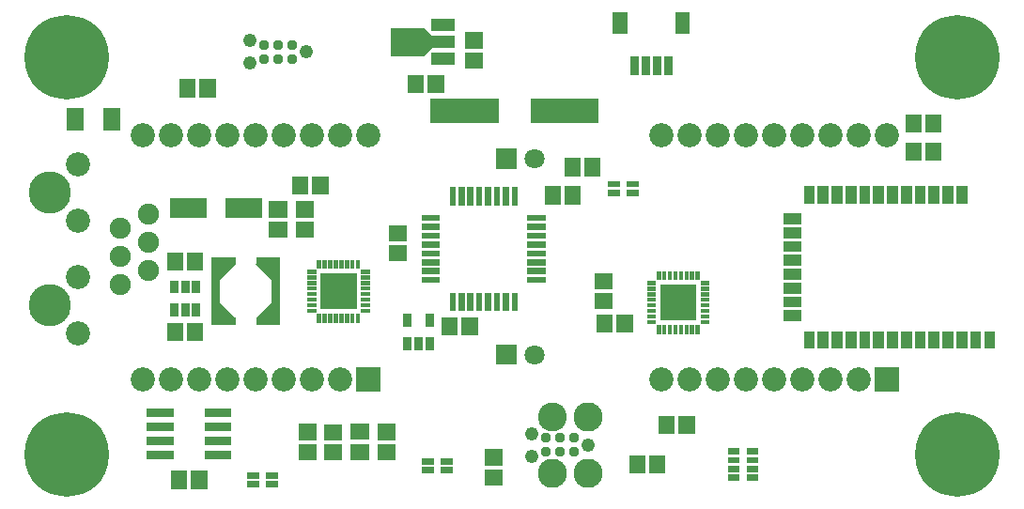
<source format=gbr>
G04 start of page 7 for group -4063 idx -4063 *
G04 Title: (unknown), componentmask *
G04 Creator: pcb 20140316 *
G04 CreationDate: Thu 02 Jul 2020 08:21:27 PM GMT UTC *
G04 For: railfan *
G04 Format: Gerber/RS-274X *
G04 PCB-Dimensions (mil): 3500.00 1750.00 *
G04 PCB-Coordinate-Origin: lower left *
%MOIN*%
%FSLAX25Y25*%
%LNTOPMASK*%
%ADD101R,0.0532X0.0532*%
%ADD100R,0.0296X0.0296*%
%ADD99R,0.0390X0.0390*%
%ADD98C,0.0370*%
%ADD97R,0.0690X0.0690*%
%ADD96R,0.0610X0.0610*%
%ADD95R,0.0217X0.0217*%
%ADD94R,0.0847X0.0847*%
%ADD93R,0.1005X0.1005*%
%ADD92R,0.0438X0.0438*%
%ADD91R,0.0290X0.0290*%
%ADD90R,0.0151X0.0151*%
%ADD89R,0.0227X0.0227*%
%ADD88R,0.0300X0.0300*%
%ADD87R,0.0572X0.0572*%
%ADD86C,0.1500*%
%ADD85C,0.0750*%
%ADD84C,0.0490*%
%ADD83C,0.1025*%
%ADD82C,0.1035*%
%ADD81C,0.0710*%
%ADD80C,0.0001*%
%ADD79C,0.0860*%
%ADD78C,0.2997*%
G54D78*X17000Y17000D03*
G54D79*X21000Y60000D03*
G54D80*G36*
X119700Y48000D02*Y39400D01*
X128300D01*
Y48000D01*
X119700D01*
G37*
G54D79*X114000Y43700D03*
X104000D03*
X94000D03*
X84000D03*
X74000D03*
X64000D03*
X54000D03*
X44000D03*
G54D78*X333000Y17000D03*
G54D80*G36*
X303700Y48000D02*Y39400D01*
X312300D01*
Y48000D01*
X303700D01*
G37*
G54D79*X298000Y43700D03*
X288000D03*
X278000D03*
X268000D03*
G54D80*G36*
X169450Y56050D02*Y48950D01*
X176550D01*
Y56050D01*
X169450D01*
G37*
G54D81*X183000Y52500D03*
G54D82*X202000Y10500D03*
X189500D03*
G54D83*Y30500D03*
G54D82*X202000D03*
G54D84*Y20500D03*
X182000Y16500D03*
Y24500D03*
G54D79*X258000Y43700D03*
X248000D03*
X238000D03*
X228000D03*
G54D80*G36*
X169450Y125550D02*Y118450D01*
X176550D01*
Y125550D01*
X169450D01*
G37*
G54D81*X183000Y122000D03*
G54D78*X333000Y158000D03*
G54D79*X308000Y130300D03*
X298000D03*
X288000D03*
X278000D03*
X268000D03*
X258000D03*
X248000D03*
X238000D03*
X228000D03*
G54D84*X102000Y160000D03*
G54D79*X124000Y130300D03*
X114000D03*
X104000D03*
X94000D03*
G54D84*X82000Y156000D03*
G54D79*X84000Y130300D03*
X74000D03*
G54D84*X82000Y164000D03*
G54D79*X64000Y130300D03*
X54000D03*
X44000D03*
G54D85*X46000Y102500D03*
X36000Y97500D03*
X46000Y92500D03*
Y82500D03*
X36000Y87500D03*
Y77500D03*
G54D78*X17000Y158000D03*
G54D79*X21000Y80000D03*
Y120000D03*
Y100000D03*
G54D86*X11000Y110000D03*
Y70000D03*
G54D87*X56957Y8393D02*Y7607D01*
X64043Y8393D02*Y7607D01*
G54D88*X67500Y17000D02*X74000D01*
X67500Y22000D02*X74000D01*
X67500Y27000D02*X74000D01*
X67500Y32000D02*X74000D01*
X47000D02*X53500D01*
X47000Y27000D02*X53500D01*
X47000Y22000D02*X53500D01*
X47000Y17000D02*X53500D01*
G54D89*X88913Y6425D02*X90783D01*
X88913Y9575D02*X90783D01*
X82217D02*X84087D01*
X82217Y6425D02*X84087D01*
G54D87*X130107Y25043D02*X130893D01*
X130107Y17957D02*X130893D01*
X111107Y25000D02*X111893D01*
X111107Y17914D02*X111893D01*
X102107Y25043D02*X102893D01*
X102107Y17957D02*X102893D01*
X120607Y25086D02*X121393D01*
X120607Y18000D02*X121393D01*
G54D90*X106610Y66280D02*Y64626D01*
X108579Y66280D02*Y64626D01*
X110547Y66280D02*Y64626D01*
X112516Y66280D02*Y64626D01*
X114484Y66280D02*Y64626D01*
X116453Y66280D02*Y64626D01*
X118421Y66280D02*Y64626D01*
X120390Y66280D02*Y64626D01*
X122220Y68110D02*X123874D01*
X103126D02*X104780D01*
G54D88*X138000Y57300D02*Y55700D01*
X141900Y57300D02*Y55700D01*
X145800Y57300D02*Y55700D01*
G54D90*X122220Y70079D02*X123874D01*
X122220Y72047D02*X123874D01*
X122220Y74016D02*X123874D01*
X122220Y75984D02*X123874D01*
X122220Y77953D02*X123874D01*
X122220Y79921D02*X123874D01*
X122220Y81890D02*X123874D01*
X120390Y85374D02*Y83720D01*
X118421Y85374D02*Y83720D01*
X116453Y85374D02*Y83720D01*
X114484Y85374D02*Y83720D01*
X112516Y85374D02*Y83720D01*
G54D80*G36*
X109263Y79237D02*Y70763D01*
X117737D01*
Y79237D01*
X109263D01*
G37*
G36*
X107097Y81402D02*Y68598D01*
X119903D01*
Y81402D01*
X107097D01*
G37*
G54D90*X110547Y85374D02*Y83720D01*
X108579Y85374D02*Y83720D01*
X106610Y85374D02*Y83720D01*
X103126Y81890D02*X104780D01*
X103126Y79921D02*X104780D01*
X103126Y77953D02*X104780D01*
X103126Y75984D02*X104780D01*
X103126Y74016D02*X104780D01*
X103126Y72047D02*X104780D01*
X103126Y70079D02*X104780D01*
G54D88*X62950Y77350D02*Y75750D01*
X59050Y77350D02*Y75750D01*
X55150Y77350D02*Y75750D01*
Y69150D02*Y67550D01*
G54D87*X55507Y60943D02*Y60157D01*
G54D88*X59050Y69150D02*Y67550D01*
X62950Y69150D02*Y67550D01*
G54D87*X62593Y60943D02*Y60157D01*
G54D91*X69850Y64350D02*X75450D01*
G54D80*G36*
X71000Y71519D02*X77019Y65500D01*
X74473Y62954D01*
X68454Y68973D01*
X71000Y71519D01*
G37*
G36*
X69200Y67300D02*Y63700D01*
X72800D01*
Y67300D01*
X69200D01*
G37*
G54D91*X85650Y64350D02*X91250D01*
G54D80*G36*
X84081Y65500D02*X90100Y71519D01*
X92646Y68973D01*
X86627Y62954D01*
X84081Y65500D01*
G37*
G36*
X88300Y67300D02*Y63700D01*
X91900D01*
Y67300D01*
X88300D01*
G37*
G54D87*X161107Y164043D02*X161893D01*
G54D92*X140674Y163500D02*X152484D01*
G54D93*X137050D02*X138940D01*
G54D80*G36*
X141821Y160195D02*X145085Y163459D01*
X146929Y161615D01*
X143665Y158351D01*
X141821Y160195D01*
G37*
G36*
X143665Y168649D02*X146929Y165385D01*
X145085Y163541D01*
X141821Y166805D01*
X143665Y168649D01*
G37*
G54D94*X150409Y139000D02*X166157D01*
G54D87*X140957Y148893D02*Y148107D01*
X148043Y148893D02*Y148107D01*
G54D92*X148390Y157594D02*X152484D01*
G54D87*X161107Y156957D02*X161893D01*
G54D92*X148390Y169406D02*X152484D01*
G54D95*X166575Y110992D02*Y106566D01*
X163425Y110992D02*Y106566D01*
X160275Y110992D02*Y106566D01*
X157126Y110992D02*Y106566D01*
X153976Y110992D02*Y106566D01*
X144008Y101023D02*X148434D01*
X144008Y97874D02*X148434D01*
X144008Y94724D02*X148434D01*
G54D87*X134107Y95543D02*X134893D01*
G54D95*X144008Y91575D02*X148434D01*
G54D87*X134107Y88457D02*X134893D01*
G54D95*X144008Y88425D02*X148434D01*
X144008Y85275D02*X148434D01*
X144008Y82126D02*X148434D01*
X144008Y78976D02*X148434D01*
G54D88*X145800Y65500D02*Y63900D01*
X138000Y65500D02*Y63900D01*
G54D95*X153977Y73434D02*Y69008D01*
X157126Y73434D02*Y69008D01*
X160276Y73434D02*Y69008D01*
X163425Y73434D02*Y69008D01*
X166575Y73434D02*Y69008D01*
G54D87*X160043Y62893D02*Y62107D01*
X152957Y62893D02*Y62107D01*
G54D96*X20000Y137000D02*Y135000D01*
G54D97*X57008Y104500D02*X63307D01*
X76693D02*X82992D01*
G54D87*X91607Y96957D02*X92393D01*
X91607Y104043D02*X92393D01*
X99957Y112893D02*Y112107D01*
X107043Y112893D02*Y112107D01*
X101107Y96957D02*X101893D01*
X101107Y104043D02*X101893D01*
G54D91*X69850Y85750D02*Y64350D01*
G54D80*G36*
X68454Y81127D02*X74473Y87146D01*
X77019Y84600D01*
X71000Y78581D01*
X68454Y81127D01*
G37*
G36*
X69200Y86400D02*Y82800D01*
X72800D01*
Y86400D01*
X69200D01*
G37*
G54D91*X69850Y85750D02*X75450D01*
X91250D02*Y64350D01*
X85650Y85750D02*X91250D01*
G54D80*G36*
X86627Y87146D02*X92646Y81127D01*
X90100Y78581D01*
X84081Y84600D01*
X86627Y87146D01*
G37*
G36*
X88300Y86400D02*Y82800D01*
X91900D01*
Y86400D01*
X88300D01*
G37*
G54D87*X55457Y85893D02*Y85107D01*
X62543Y85893D02*Y85107D01*
G54D98*X97000Y162500D03*
Y157500D03*
X92000Y162500D03*
Y157500D03*
X87000Y162500D03*
Y157500D03*
G54D96*X33000Y137000D02*Y135000D01*
G54D87*X67043Y147393D02*Y146607D01*
X59957Y147393D02*Y146607D01*
G54D99*X334646Y110500D02*Y108098D01*
X329724Y110500D02*Y108098D01*
X324803Y110500D02*Y108098D01*
X319882Y110500D02*Y108098D01*
X314961Y110500D02*Y108098D01*
X310039Y110500D02*Y108098D01*
X305118Y110500D02*Y108098D01*
G54D87*X324543Y124893D02*Y124107D01*
X317457Y124893D02*Y124107D01*
X324543Y134893D02*Y134107D01*
X317457Y134893D02*Y134107D01*
G54D99*X300197Y110500D02*Y108098D01*
X295276Y110500D02*Y108098D01*
X290354Y110500D02*Y108098D01*
X285433Y110500D02*Y108098D01*
X280512Y110500D02*Y108098D01*
X273252Y100724D02*X275650D01*
X273252Y95803D02*X275650D01*
X273252Y90882D02*X275650D01*
X273252Y85961D02*X275650D01*
X273252Y81039D02*X275650D01*
X273252Y76118D02*X275650D01*
X273252Y71197D02*X275650D01*
X273252Y66276D02*X275650D01*
X280512Y58902D02*Y56500D01*
X285433Y58902D02*Y56500D01*
X290354Y58902D02*Y56500D01*
X295276Y58902D02*Y56500D01*
X300197Y58902D02*Y56500D01*
X305118Y58902D02*Y56500D01*
X310039Y58902D02*Y56500D01*
X314961Y58902D02*Y56500D01*
X319882Y58902D02*Y56500D01*
X324803Y58902D02*Y56500D01*
X329724Y58902D02*Y56500D01*
X334646Y58902D02*Y56500D01*
X339567Y58902D02*Y56500D01*
X344488Y58902D02*Y56500D01*
G54D87*X189457Y109393D02*Y108607D01*
X196543Y109393D02*Y108607D01*
X203543Y119393D02*Y118607D01*
X196457Y119393D02*Y118607D01*
G54D89*X216913Y109925D02*X218783D01*
X210217D02*X212087D01*
X216913Y113075D02*X218783D01*
X210217D02*X212087D01*
G54D100*X230406Y156870D02*Y153130D01*
X226469Y156870D02*Y153130D01*
X222531Y156870D02*Y153130D01*
X218594Y156870D02*Y153130D01*
G54D94*X185843Y139000D02*X201591D01*
G54D87*X207107Y78543D02*X207893D01*
X207107Y71457D02*X207893D01*
X207957Y63893D02*Y63107D01*
X215043Y63893D02*Y63107D01*
G54D101*X213476Y171437D02*Y169075D01*
G54D90*X242720Y66079D02*X244374D01*
X242720Y68047D02*X244374D01*
X242720Y70016D02*X244374D01*
X242720Y71984D02*X244374D01*
X242720Y73953D02*X244374D01*
X242720Y75921D02*X244374D01*
X242720Y77890D02*X244374D01*
X240890Y81374D02*Y79720D01*
G54D101*X235524Y171437D02*Y169075D01*
G54D87*X226543Y13893D02*Y13107D01*
X219457Y13893D02*Y13107D01*
G54D89*X252717Y18224D02*X254587D01*
X259413D02*X261283D01*
X252717Y15075D02*X254587D01*
X259413D02*X261283D01*
X252717Y11925D02*X254587D01*
X252717Y8776D02*X254587D01*
X259413D02*X261283D01*
X259413Y11925D02*X261283D01*
G54D87*X229957Y27893D02*Y27107D01*
X237043Y27893D02*Y27107D01*
G54D98*X197000Y23000D03*
Y18000D03*
X192000Y23000D03*
Y18000D03*
X187000Y23000D03*
Y18000D03*
G54D87*X168107Y16043D02*X168893D01*
X168107Y8957D02*X168893D01*
G54D89*X144217Y14575D02*X146087D01*
X144217Y11425D02*X146087D01*
X150913D02*X152783D01*
X150913Y14575D02*X152783D01*
G54D90*X227110Y62280D02*Y60626D01*
X229079Y62280D02*Y60626D01*
X231047Y62280D02*Y60626D01*
X233016Y62280D02*Y60626D01*
X234984Y62280D02*Y60626D01*
X236953Y62280D02*Y60626D01*
X238921Y62280D02*Y60626D01*
X240890Y62280D02*Y60626D01*
X242720Y64110D02*X244374D01*
X223626D02*X225280D01*
X238921Y81374D02*Y79720D01*
X236953Y81374D02*Y79720D01*
X234984Y81374D02*Y79720D01*
X233016Y81374D02*Y79720D01*
G54D80*G36*
X229763Y75237D02*Y66763D01*
X238237D01*
Y75237D01*
X229763D01*
G37*
G36*
X227598Y77402D02*Y64598D01*
X240402D01*
Y77402D01*
X227598D01*
G37*
G54D90*X231047Y81374D02*Y79720D01*
X229079Y81374D02*Y79720D01*
X227110Y81374D02*Y79720D01*
X223626Y77890D02*X225280D01*
X223626Y75921D02*X225280D01*
X223626Y73953D02*X225280D01*
X223626Y71984D02*X225280D01*
X223626Y70016D02*X225280D01*
X223626Y68047D02*X225280D01*
X223626Y66079D02*X225280D01*
G54D95*X181566Y78977D02*X185992D01*
X181566Y82126D02*X185992D01*
X181566Y85276D02*X185992D01*
X181566Y88425D02*X185992D01*
X169725Y73434D02*Y69008D01*
X172874Y73434D02*Y69008D01*
X176024Y73434D02*Y69008D01*
X181566Y91575D02*X185992D01*
X181566Y94725D02*X185992D01*
X181566Y97874D02*X185992D01*
X181566Y101024D02*X185992D01*
X176023Y110992D02*Y106566D01*
X172874Y110992D02*Y106566D01*
X169724Y110992D02*Y106566D01*
M02*

</source>
